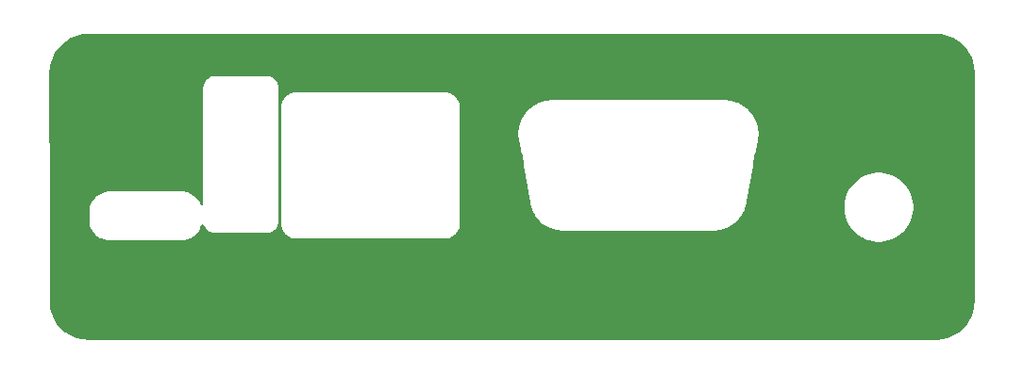
<source format=gbr>
%TF.GenerationSoftware,KiCad,Pcbnew,9.0.0*%
%TF.CreationDate,2025-05-16T15:19:14-04:00*%
%TF.ProjectId,Rear Plate,52656172-2050-46c6-9174-652e6b696361,rev?*%
%TF.SameCoordinates,Original*%
%TF.FileFunction,Copper,L2,Bot*%
%TF.FilePolarity,Positive*%
%FSLAX46Y46*%
G04 Gerber Fmt 4.6, Leading zero omitted, Abs format (unit mm)*
G04 Created by KiCad (PCBNEW 9.0.0) date 2025-05-16 15:19:14*
%MOMM*%
%LPD*%
G01*
G04 APERTURE LIST*
%TA.AperFunction,ComponentPad*%
%ADD10C,5.000000*%
%TD*%
%TA.AperFunction,ComponentPad*%
%ADD11C,4.500000*%
%TD*%
G04 APERTURE END LIST*
D10*
%TO.P,REF\u002A\u002A,1*%
%TO.N,GND*%
X97728780Y-78726580D03*
%TO.P,REF\u002A\u002A,2*%
X173728880Y-78726580D03*
%TO.P,REF\u002A\u002A,3*%
X97728780Y-97726550D03*
%TO.P,REF\u002A\u002A,4*%
X173728880Y-97726550D03*
%TD*%
D11*
%TO.P,REF\u002A\u002A,1*%
%TO.N,GND*%
X134544500Y-86282010D03*
X159544450Y-86282010D03*
%TD*%
%TA.AperFunction,Conductor*%
%TO.N,GND*%
G36*
X173714850Y-74465028D02*
G01*
X174268291Y-74508703D01*
X174287446Y-74511737D01*
X174804017Y-74635635D01*
X174822560Y-74641659D01*
X175313407Y-74845065D01*
X175330701Y-74853877D01*
X175783874Y-75131488D01*
X175799620Y-75142926D01*
X176203639Y-75488004D01*
X176217394Y-75501760D01*
X176562508Y-75905820D01*
X176573942Y-75921556D01*
X176851448Y-76374350D01*
X176860299Y-76391727D01*
X177063529Y-76882855D01*
X177069521Y-76901303D01*
X177193657Y-77418025D01*
X177196703Y-77437240D01*
X177231086Y-77873186D01*
X177230504Y-77898384D01*
X177229450Y-77906778D01*
X177228340Y-77910932D01*
X177228342Y-77915598D01*
X177227371Y-77923337D01*
X177226650Y-77924991D01*
X177226041Y-77931849D01*
X177228276Y-77984664D01*
X177228387Y-77989830D01*
X177240804Y-98452116D01*
X177240420Y-98461946D01*
X177196705Y-99015892D01*
X177193658Y-99035103D01*
X177069532Y-99551777D01*
X177063533Y-99570241D01*
X176860294Y-100061174D01*
X176851462Y-100078517D01*
X176573914Y-100531599D01*
X176562465Y-100547360D01*
X176217391Y-100951372D01*
X176203635Y-100965127D01*
X175799629Y-101310195D01*
X175783869Y-101321643D01*
X175330801Y-101599187D01*
X175313457Y-101608021D01*
X174822522Y-101811255D01*
X174804060Y-101817253D01*
X174287404Y-101941381D01*
X174268181Y-101944429D01*
X173832298Y-101978787D01*
X173805248Y-101977956D01*
X173797759Y-101976900D01*
X173794772Y-101976100D01*
X173792079Y-101976100D01*
X173783466Y-101974886D01*
X173782985Y-101974668D01*
X173778432Y-101974218D01*
X173723600Y-101976005D01*
X173722736Y-101976034D01*
X173718699Y-101976100D01*
X169044722Y-101976100D01*
X102544078Y-101976100D01*
X102543448Y-101975933D01*
X102478372Y-101976100D01*
X102406578Y-101976100D01*
X102403710Y-101976291D01*
X97752773Y-101988226D01*
X97742751Y-101987846D01*
X97189429Y-101944409D01*
X97170166Y-101941358D01*
X96653601Y-101817250D01*
X96635139Y-101811252D01*
X96144208Y-101608021D01*
X96126864Y-101599188D01*
X96126862Y-101599187D01*
X95673789Y-101321644D01*
X95658028Y-101310195D01*
X95254019Y-100965124D01*
X95240264Y-100951369D01*
X94895190Y-100547357D01*
X94883744Y-100531599D01*
X94880244Y-100525885D01*
X94606196Y-100078517D01*
X94597370Y-100061185D01*
X94394132Y-99570239D01*
X94388135Y-99551780D01*
X94388134Y-99551777D01*
X94264006Y-99035121D01*
X94260959Y-99015901D01*
X94226592Y-98579895D01*
X94227472Y-98552504D01*
X94228516Y-98545245D01*
X94229329Y-98542205D01*
X94229327Y-98539606D01*
X94230595Y-98530794D01*
X94230744Y-98530466D01*
X94231149Y-98526380D01*
X94231151Y-98526372D01*
X94229346Y-98470293D01*
X94229283Y-98466482D01*
X94224534Y-90480037D01*
X97788946Y-90480037D01*
X97788946Y-91179962D01*
X97789066Y-91191009D01*
X97791597Y-91307157D01*
X97799156Y-91383916D01*
X97839489Y-91612655D01*
X97839493Y-91612673D01*
X97862293Y-91697768D01*
X97862296Y-91697778D01*
X97862297Y-91697779D01*
X97941741Y-91916048D01*
X97941744Y-91916055D01*
X97941745Y-91916057D01*
X97941748Y-91916065D01*
X97978974Y-91995895D01*
X97978982Y-91995911D01*
X98095114Y-92197059D01*
X98145661Y-92269248D01*
X98145663Y-92269251D01*
X98226432Y-92365506D01*
X98294963Y-92447178D01*
X98357268Y-92509483D01*
X98429103Y-92569760D01*
X98535194Y-92658782D01*
X98535198Y-92658784D01*
X98535202Y-92658788D01*
X98607383Y-92709329D01*
X98607386Y-92709331D01*
X98607385Y-92709331D01*
X98780315Y-92809171D01*
X98808541Y-92825467D01*
X98835160Y-92837879D01*
X98888380Y-92862697D01*
X98888384Y-92862698D01*
X98888398Y-92862705D01*
X99106667Y-92942149D01*
X99106673Y-92942150D01*
X99106677Y-92942152D01*
X99136682Y-92950191D01*
X99191781Y-92964955D01*
X99420529Y-93005289D01*
X99497293Y-93012849D01*
X99613432Y-93015380D01*
X99624446Y-93015500D01*
X99624484Y-93015500D01*
X106074399Y-93015500D01*
X106074446Y-93015500D01*
X106084815Y-93015394D01*
X106200967Y-93013011D01*
X106278375Y-93005438D01*
X106278385Y-93005436D01*
X106278387Y-93005436D01*
X106308537Y-93000119D01*
X106507149Y-92965100D01*
X106592262Y-92942294D01*
X106756523Y-92882508D01*
X106810551Y-92862844D01*
X106810561Y-92862840D01*
X106837575Y-92850243D01*
X106890415Y-92825603D01*
X107091595Y-92709452D01*
X107163775Y-92658911D01*
X107341730Y-92509589D01*
X107404036Y-92447284D01*
X107553358Y-92269330D01*
X107603899Y-92197150D01*
X107720051Y-91995969D01*
X107757289Y-91916112D01*
X107836742Y-91697819D01*
X107844947Y-91667195D01*
X107881309Y-91607536D01*
X107944154Y-91577005D01*
X108013530Y-91585297D01*
X108067410Y-91629780D01*
X108079283Y-91651834D01*
X108123329Y-91758170D01*
X108123332Y-91758175D01*
X108196642Y-91885151D01*
X108196645Y-91885155D01*
X108196649Y-91885161D01*
X108276975Y-91989842D01*
X108276983Y-91989851D01*
X108380641Y-92093509D01*
X108380649Y-92093516D01*
X108380650Y-92093517D01*
X108388493Y-92099535D01*
X108485330Y-92173842D01*
X108485333Y-92173844D01*
X108485341Y-92173850D01*
X108612317Y-92247160D01*
X108689193Y-92279003D01*
X108720712Y-92292059D01*
X108734237Y-92297661D01*
X108875860Y-92335608D01*
X108991686Y-92352609D01*
X109040558Y-92354060D01*
X109064993Y-92354786D01*
X109079976Y-92355009D01*
X109080000Y-92355009D01*
X113680024Y-92355009D01*
X113695006Y-92354786D01*
X113768296Y-92352610D01*
X113768302Y-92352609D01*
X113768314Y-92352609D01*
X113816965Y-92345467D01*
X113884133Y-92335609D01*
X113884137Y-92335607D01*
X113884143Y-92335607D01*
X114025766Y-92297659D01*
X114147680Y-92247161D01*
X114274656Y-92173852D01*
X114379352Y-92093516D01*
X114483027Y-91989840D01*
X114563357Y-91885151D01*
X114636667Y-91758176D01*
X114687169Y-91636254D01*
X114725116Y-91494630D01*
X114742117Y-91378805D01*
X114744294Y-91305496D01*
X114744517Y-91290515D01*
X114744517Y-81060000D01*
X115014500Y-81060000D01*
X115014500Y-91538353D01*
X115014501Y-91538398D01*
X115014698Y-91552537D01*
X115017280Y-91644768D01*
X115017282Y-91644789D01*
X115029756Y-91743124D01*
X115070827Y-91923062D01*
X115070829Y-91923071D01*
X115108212Y-92029905D01*
X115108218Y-92029919D01*
X115188296Y-92196203D01*
X115248523Y-92292053D01*
X115248524Y-92292055D01*
X115363594Y-92436349D01*
X115443650Y-92516405D01*
X115587944Y-92631475D01*
X115587947Y-92631476D01*
X115587949Y-92631478D01*
X115683794Y-92691702D01*
X115850088Y-92771785D01*
X115956930Y-92809171D01*
X116136875Y-92850243D01*
X116136873Y-92850243D01*
X116157013Y-92852797D01*
X116235218Y-92862719D01*
X116297446Y-92864460D01*
X116327462Y-92865301D01*
X116327474Y-92865301D01*
X116327504Y-92865302D01*
X116341647Y-92865500D01*
X116341655Y-92865500D01*
X129698345Y-92865500D01*
X129698353Y-92865500D01*
X129712496Y-92865302D01*
X129712526Y-92865301D01*
X129712537Y-92865301D01*
X129737766Y-92864594D01*
X129804782Y-92862719D01*
X129903125Y-92850243D01*
X130083070Y-92809171D01*
X130189912Y-92771785D01*
X130356206Y-92691702D01*
X130452054Y-92631476D01*
X130596358Y-92516396D01*
X130676396Y-92436358D01*
X130791476Y-92292054D01*
X130851702Y-92196206D01*
X130931785Y-92029912D01*
X130969171Y-91923070D01*
X131010243Y-91743125D01*
X131022719Y-91644782D01*
X131025302Y-91552496D01*
X131025500Y-91538398D01*
X131026219Y-83401308D01*
X136278420Y-83401308D01*
X136278420Y-83401326D01*
X136280383Y-83448198D01*
X136280370Y-83458882D01*
X136278428Y-83502652D01*
X136278428Y-83502663D01*
X136321607Y-83939782D01*
X136325936Y-83970027D01*
X136326383Y-83975058D01*
X136326521Y-83975044D01*
X136326983Y-83979441D01*
X137332874Y-89630013D01*
X137332910Y-89630207D01*
X137333237Y-89632043D01*
X137351330Y-89750968D01*
X137367609Y-89822540D01*
X137367789Y-89822925D01*
X137367820Y-89823122D01*
X137370539Y-89832093D01*
X137370540Y-89832095D01*
X137409988Y-89962221D01*
X137490250Y-90226982D01*
X137490253Y-90226989D01*
X137524882Y-90309572D01*
X137527080Y-90315194D01*
X137528986Y-90320443D01*
X137614316Y-90480037D01*
X137762168Y-90756566D01*
X137763429Y-90758900D01*
X137764284Y-90760481D01*
X137764286Y-90760485D01*
X137788650Y-90793031D01*
X137795458Y-90803122D01*
X137818188Y-90840667D01*
X137818190Y-90840669D01*
X138131879Y-91222939D01*
X138178359Y-91272397D01*
X138180279Y-91273729D01*
X138201105Y-91291929D01*
X138203513Y-91294562D01*
X138203518Y-91294567D01*
X138500602Y-91538353D01*
X138585783Y-91608252D01*
X138613180Y-91627497D01*
X138647613Y-91651685D01*
X138653529Y-91654944D01*
X138653375Y-91655223D01*
X138665901Y-91662299D01*
X138666137Y-91661926D01*
X138669875Y-91664282D01*
X138669880Y-91664285D01*
X138669882Y-91664286D01*
X139106002Y-91897456D01*
X139187964Y-91930983D01*
X139193471Y-91933395D01*
X139199413Y-91936173D01*
X139672613Y-92079683D01*
X139676904Y-92080964D01*
X139699996Y-92084284D01*
X139717753Y-92086837D01*
X139729652Y-92089145D01*
X139772003Y-92099536D01*
X140264003Y-92147796D01*
X140307445Y-92149921D01*
X140310656Y-92150228D01*
X140310661Y-92150158D01*
X140315064Y-92150468D01*
X140315078Y-92150470D01*
X153671127Y-92138359D01*
X153680121Y-92138679D01*
X153690690Y-92139439D01*
X153693318Y-92140341D01*
X153719402Y-92141507D01*
X153721067Y-92141627D01*
X153721891Y-92141934D01*
X153736137Y-92143647D01*
X153760870Y-92148522D01*
X153790426Y-92145823D01*
X153807227Y-92145434D01*
X153837055Y-92146769D01*
X154317115Y-92099519D01*
X154341406Y-92096143D01*
X154357124Y-92093960D01*
X154357125Y-92093959D01*
X154357129Y-92093959D01*
X154376265Y-92087598D01*
X154396635Y-92082695D01*
X154416347Y-92079683D01*
X154889547Y-91936173D01*
X154970691Y-91902138D01*
X154976276Y-91899954D01*
X154983319Y-91897397D01*
X155419179Y-91664227D01*
X155420085Y-91663741D01*
X155454491Y-91638333D01*
X155463918Y-91632018D01*
X155503177Y-91608252D01*
X155885447Y-91294562D01*
X155933544Y-91249540D01*
X155935559Y-91246658D01*
X155953496Y-91226216D01*
X155957082Y-91222937D01*
X156270772Y-90840667D01*
X156317178Y-90773783D01*
X156317180Y-90773776D01*
X156320470Y-90767682D01*
X156320751Y-90767833D01*
X156325319Y-90758900D01*
X156326790Y-90756566D01*
X156326796Y-90756558D01*
X156559966Y-90320438D01*
X156593388Y-90238730D01*
X156595804Y-90233215D01*
X156598694Y-90227035D01*
X156705190Y-89875875D01*
X165519500Y-89875875D01*
X165519500Y-90224124D01*
X165558489Y-90570158D01*
X165558491Y-90570170D01*
X165635982Y-90909684D01*
X165635985Y-90909692D01*
X165750999Y-91238382D01*
X165902092Y-91552130D01*
X166087371Y-91846999D01*
X166087372Y-91847001D01*
X166304487Y-92119256D01*
X166550743Y-92365512D01*
X166822998Y-92582627D01*
X166823001Y-92582628D01*
X166823003Y-92582630D01*
X167024838Y-92709452D01*
X167117869Y-92767907D01*
X167125922Y-92771785D01*
X167431621Y-92919002D01*
X167678216Y-93005289D01*
X167760307Y-93034014D01*
X167760315Y-93034017D01*
X167760318Y-93034017D01*
X167760319Y-93034018D01*
X168099829Y-93111509D01*
X168445876Y-93150499D01*
X168445877Y-93150500D01*
X168445880Y-93150500D01*
X168794123Y-93150500D01*
X168794123Y-93150499D01*
X169140171Y-93111509D01*
X169479681Y-93034018D01*
X169808379Y-92919002D01*
X170122133Y-92767906D01*
X170416997Y-92582630D01*
X170500041Y-92516405D01*
X170689256Y-92365512D01*
X170689258Y-92365509D01*
X170689263Y-92365506D01*
X170935506Y-92119263D01*
X170951239Y-92099535D01*
X171152627Y-91847001D01*
X171152628Y-91846999D01*
X171152630Y-91846997D01*
X171337906Y-91552133D01*
X171489002Y-91238379D01*
X171604018Y-90909681D01*
X171681509Y-90570171D01*
X171720500Y-90224120D01*
X171720500Y-89875880D01*
X171681509Y-89529829D01*
X171604018Y-89190319D01*
X171590091Y-89150519D01*
X171575384Y-89108488D01*
X171489002Y-88861621D01*
X171337906Y-88547867D01*
X171152630Y-88253003D01*
X171152628Y-88253000D01*
X171152627Y-88252998D01*
X170935512Y-87980743D01*
X170689256Y-87734487D01*
X170417001Y-87517372D01*
X170416999Y-87517371D01*
X170122130Y-87332092D01*
X169808382Y-87180999D01*
X169479692Y-87065985D01*
X169479684Y-87065982D01*
X169225048Y-87007863D01*
X169140171Y-86988491D01*
X169140167Y-86988490D01*
X169140158Y-86988489D01*
X168794124Y-86949500D01*
X168794120Y-86949500D01*
X168445880Y-86949500D01*
X168445875Y-86949500D01*
X168099841Y-86988489D01*
X168099829Y-86988491D01*
X167760315Y-87065982D01*
X167760307Y-87065985D01*
X167431617Y-87180999D01*
X167117869Y-87332092D01*
X166823000Y-87517371D01*
X166822998Y-87517372D01*
X166550743Y-87734487D01*
X166304487Y-87980743D01*
X166087372Y-88252998D01*
X166087371Y-88253000D01*
X165902092Y-88547869D01*
X165750999Y-88861617D01*
X165635985Y-89190307D01*
X165635982Y-89190315D01*
X165558491Y-89529829D01*
X165558489Y-89529841D01*
X165519500Y-89875875D01*
X156705190Y-89875875D01*
X156742204Y-89753825D01*
X156743484Y-89749536D01*
X156750246Y-89702503D01*
X156762060Y-89654285D01*
X156765066Y-89623525D01*
X156766341Y-89614179D01*
X156781132Y-89529829D01*
X157741179Y-84054734D01*
X157741909Y-84050933D01*
X157744605Y-84037983D01*
X157750084Y-84025646D01*
X157756573Y-83980510D01*
X157757361Y-83976727D01*
X157765182Y-83962094D01*
X157768114Y-83932383D01*
X157768115Y-83932384D01*
X157810535Y-83502614D01*
X157812652Y-83471160D01*
X157809963Y-83446085D01*
X157809380Y-83427351D01*
X157810540Y-83401319D01*
X157762020Y-82909319D01*
X157756470Y-82869403D01*
X157750166Y-82850436D01*
X157745262Y-82830073D01*
X157742171Y-82809863D01*
X157598659Y-82336906D01*
X157567969Y-82259427D01*
X157567963Y-82259412D01*
X157560360Y-82244056D01*
X157560360Y-82244055D01*
X157559536Y-82242392D01*
X157559535Y-82242389D01*
X157559528Y-82242375D01*
X157549601Y-82222323D01*
X157545012Y-82215352D01*
X157326787Y-81807185D01*
X157326457Y-81806575D01*
X157324677Y-81803280D01*
X157300223Y-81770614D01*
X157293413Y-81760519D01*
X157270763Y-81723104D01*
X157270761Y-81723102D01*
X157270759Y-81723100D01*
X156957072Y-81340833D01*
X156946002Y-81329007D01*
X156912056Y-81292742D01*
X156912054Y-81292740D01*
X156912050Y-81292736D01*
X156912043Y-81292731D01*
X156909060Y-81290644D01*
X156888671Y-81272763D01*
X156885286Y-81269065D01*
X156503027Y-80955643D01*
X156503015Y-80955635D01*
X156442234Y-80916229D01*
X156436264Y-80912105D01*
X156419186Y-80899547D01*
X155983326Y-80666367D01*
X155983319Y-80666364D01*
X155983317Y-80666363D01*
X155899295Y-80631979D01*
X155893774Y-80629562D01*
X155891802Y-80628640D01*
X155889545Y-80627586D01*
X155889542Y-80627585D01*
X155889540Y-80627584D01*
X155889541Y-80627584D01*
X155416334Y-80484075D01*
X155361219Y-80474952D01*
X155351864Y-80473030D01*
X155339779Y-80470059D01*
X155317208Y-80464509D01*
X154825245Y-80415992D01*
X154825200Y-80415989D01*
X154775603Y-80413550D01*
X154775600Y-80413550D01*
X154774199Y-80413550D01*
X152890074Y-80415005D01*
X139417849Y-80425412D01*
X139408071Y-80425033D01*
X139397885Y-80424235D01*
X139395386Y-80423380D01*
X139376052Y-80422525D01*
X139373942Y-80422360D01*
X139372869Y-80421951D01*
X139358135Y-80420091D01*
X139343628Y-80417044D01*
X139337982Y-80415858D01*
X139337979Y-80415857D01*
X139322118Y-80416991D01*
X139321389Y-80417044D01*
X139312547Y-80417360D01*
X139261949Y-80417360D01*
X139256473Y-80417239D01*
X139251655Y-80417026D01*
X139251642Y-80417026D01*
X138771585Y-80464525D01*
X138731837Y-80470059D01*
X138731823Y-80470062D01*
X138714135Y-80475940D01*
X138693776Y-80480842D01*
X138672611Y-80484077D01*
X138199415Y-80627586D01*
X138118239Y-80661631D01*
X138112630Y-80663824D01*
X138105638Y-80666364D01*
X138105629Y-80666368D01*
X137669725Y-80899573D01*
X137668880Y-80900025D01*
X137668872Y-80900031D01*
X137653421Y-80911440D01*
X137647430Y-80915597D01*
X137585943Y-80955636D01*
X137203682Y-81269058D01*
X137203674Y-81269065D01*
X137203672Y-81269067D01*
X137178482Y-81292731D01*
X137154049Y-81315683D01*
X137154046Y-81315686D01*
X137152731Y-81317583D01*
X137134547Y-81338391D01*
X137131879Y-81340831D01*
X137131877Y-81340833D01*
X136818189Y-81723100D01*
X136818188Y-81723101D01*
X136772365Y-81788984D01*
X136769080Y-81795048D01*
X136768842Y-81794919D01*
X136764192Y-81803983D01*
X136762168Y-81807194D01*
X136528994Y-82243322D01*
X136494801Y-82326907D01*
X136492373Y-82332452D01*
X136490291Y-82336906D01*
X136490288Y-82336913D01*
X136346752Y-82809949D01*
X136345476Y-82814221D01*
X136345473Y-82814234D01*
X136339517Y-82855656D01*
X136337194Y-82867609D01*
X136326939Y-82909320D01*
X136278420Y-83401308D01*
X131026219Y-83401308D01*
X131026426Y-81060699D01*
X131026257Y-81047587D01*
X131023870Y-80955278D01*
X131011366Y-80855863D01*
X130970286Y-80675875D01*
X130932900Y-80569030D01*
X130932899Y-80569026D01*
X130932897Y-80569023D01*
X130852801Y-80402700D01*
X130852454Y-80402147D01*
X130792573Y-80306848D01*
X130677466Y-80162508D01*
X130597425Y-80082467D01*
X130453086Y-79967360D01*
X130357240Y-79907136D01*
X130357237Y-79907134D01*
X130190912Y-79827036D01*
X130190903Y-79827032D01*
X130084065Y-79789647D01*
X130084055Y-79789644D01*
X129904079Y-79748566D01*
X129904063Y-79748563D01*
X129804641Y-79736059D01*
X129712331Y-79733675D01*
X129699274Y-79733506D01*
X116341676Y-79732853D01*
X116341675Y-79732853D01*
X116341672Y-79732853D01*
X116340289Y-79732872D01*
X116327467Y-79733051D01*
X116235231Y-79735633D01*
X116235221Y-79735633D01*
X116235218Y-79735634D01*
X116235210Y-79735634D01*
X116235210Y-79735635D01*
X116136875Y-79748109D01*
X115956937Y-79789180D01*
X115956928Y-79789182D01*
X115850094Y-79826565D01*
X115850080Y-79826571D01*
X115683796Y-79906649D01*
X115587946Y-79966876D01*
X115587944Y-79966877D01*
X115443650Y-80081947D01*
X115363594Y-80162003D01*
X115248524Y-80306297D01*
X115248523Y-80306299D01*
X115188296Y-80402149D01*
X115108218Y-80568433D01*
X115108212Y-80568447D01*
X115070829Y-80675281D01*
X115070827Y-80675290D01*
X115029756Y-80855228D01*
X115017282Y-80953563D01*
X115017280Y-80953584D01*
X115014698Y-81045815D01*
X115014528Y-81057979D01*
X115014500Y-81060000D01*
X114744517Y-81060000D01*
X114744517Y-79309504D01*
X114744487Y-79307521D01*
X114744291Y-79294401D01*
X114742099Y-79221092D01*
X114725104Y-79105381D01*
X114687161Y-78963759D01*
X114636663Y-78841837D01*
X114563357Y-78714861D01*
X114563354Y-78714858D01*
X114563353Y-78714855D01*
X114483028Y-78610169D01*
X114483018Y-78610158D01*
X114379354Y-78506492D01*
X114379345Y-78506484D01*
X114274661Y-78426156D01*
X114274655Y-78426152D01*
X114225396Y-78397711D01*
X114147685Y-78352844D01*
X114025765Y-78302342D01*
X114025763Y-78302341D01*
X114025762Y-78302341D01*
X113884134Y-78264391D01*
X113884135Y-78264391D01*
X113768325Y-78247393D01*
X113768296Y-78247390D01*
X113695006Y-78245214D01*
X113680024Y-78244992D01*
X113680000Y-78244992D01*
X109080000Y-78244992D01*
X109079976Y-78244992D01*
X109064993Y-78245214D01*
X108991690Y-78247391D01*
X108875869Y-78264391D01*
X108875865Y-78264391D01*
X108734237Y-78302340D01*
X108734227Y-78302343D01*
X108612320Y-78352839D01*
X108612316Y-78352841D01*
X108485341Y-78426151D01*
X108485330Y-78426158D01*
X108380649Y-78506484D01*
X108276975Y-78610158D01*
X108196649Y-78714839D01*
X108196642Y-78714850D01*
X108123332Y-78841825D01*
X108123330Y-78841829D01*
X108072834Y-78963736D01*
X108072831Y-78963746D01*
X108034882Y-79105374D01*
X108034882Y-79105378D01*
X108017882Y-79221199D01*
X108015705Y-79294502D01*
X108015483Y-79309484D01*
X108015483Y-89747353D01*
X107995798Y-89814392D01*
X107942994Y-89860147D01*
X107873836Y-89870091D01*
X107810280Y-89841066D01*
X107774962Y-89789765D01*
X107757286Y-89741202D01*
X107757277Y-89741181D01*
X107720051Y-89661351D01*
X107720043Y-89661335D01*
X107692817Y-89614179D01*
X107603896Y-89460163D01*
X107603888Y-89460152D01*
X107603884Y-89460145D01*
X107553354Y-89387981D01*
X107404046Y-89210044D01*
X107404041Y-89210038D01*
X107404033Y-89210029D01*
X107341727Y-89147723D01*
X107163779Y-88998407D01*
X107163778Y-88998405D01*
X107091590Y-88947860D01*
X107091578Y-88947852D01*
X106890425Y-88831717D01*
X106890416Y-88831713D01*
X106890413Y-88831711D01*
X106810555Y-88794472D01*
X106592262Y-88715020D01*
X106592261Y-88715019D01*
X106592251Y-88715016D01*
X106507156Y-88692216D01*
X106507153Y-88692215D01*
X106507148Y-88692214D01*
X106497325Y-88690482D01*
X106278387Y-88651877D01*
X106200976Y-88644303D01*
X106084847Y-88641917D01*
X106081219Y-88641880D01*
X106074235Y-88641810D01*
X106074207Y-88641810D01*
X106074206Y-88641810D01*
X99624205Y-88644499D01*
X99613504Y-88644618D01*
X99497287Y-88647151D01*
X99420529Y-88654710D01*
X99191790Y-88695043D01*
X99191772Y-88695047D01*
X99106677Y-88717847D01*
X98997532Y-88757573D01*
X98888398Y-88797295D01*
X98888394Y-88797296D01*
X98888388Y-88797299D01*
X98888380Y-88797302D01*
X98808550Y-88834528D01*
X98808534Y-88834536D01*
X98607386Y-88950668D01*
X98535197Y-89001215D01*
X98535194Y-89001217D01*
X98357265Y-89150519D01*
X98294965Y-89212819D01*
X98145663Y-89390748D01*
X98145661Y-89390751D01*
X98095114Y-89462940D01*
X97978982Y-89664088D01*
X97978974Y-89664104D01*
X97941748Y-89743934D01*
X97941745Y-89743942D01*
X97941742Y-89743948D01*
X97941741Y-89743952D01*
X97916103Y-89814392D01*
X97862293Y-89962231D01*
X97839493Y-90047326D01*
X97839489Y-90047344D01*
X97799156Y-90276083D01*
X97791597Y-90352842D01*
X97791597Y-90352847D01*
X97789066Y-90468986D01*
X97788976Y-90477310D01*
X97788946Y-90480037D01*
X94224534Y-90480037D01*
X94217113Y-78000858D01*
X94217492Y-77991126D01*
X94260980Y-77437158D01*
X94264028Y-77417915D01*
X94388137Y-76901341D01*
X94394130Y-76882893D01*
X94597372Y-76391937D01*
X94606194Y-76374614D01*
X94883750Y-75921520D01*
X94895185Y-75905777D01*
X95240271Y-75501751D01*
X95254011Y-75488011D01*
X95658037Y-75142925D01*
X95673780Y-75131490D01*
X96126962Y-74853880D01*
X96144264Y-74845066D01*
X96635105Y-74641661D01*
X96653647Y-74635636D01*
X97170193Y-74511744D01*
X97189364Y-74508708D01*
X97625368Y-74474342D01*
X97652517Y-74475188D01*
X97659946Y-74476241D01*
X97662888Y-74477030D01*
X97665504Y-74477030D01*
X97674169Y-74478259D01*
X97674596Y-74478453D01*
X97679013Y-74478890D01*
X97679013Y-74478889D01*
X97679018Y-74478891D01*
X97733878Y-74477125D01*
X97734856Y-74477094D01*
X97738844Y-74477030D01*
X102412948Y-74477030D01*
X168913605Y-74477030D01*
X168914250Y-74477201D01*
X168979494Y-74477030D01*
X169044722Y-74477030D01*
X169051107Y-74477030D01*
X169054021Y-74476834D01*
X173704780Y-74464645D01*
X173714850Y-74465028D01*
G37*
%TD.AperFunction*%
%TD*%
M02*

</source>
